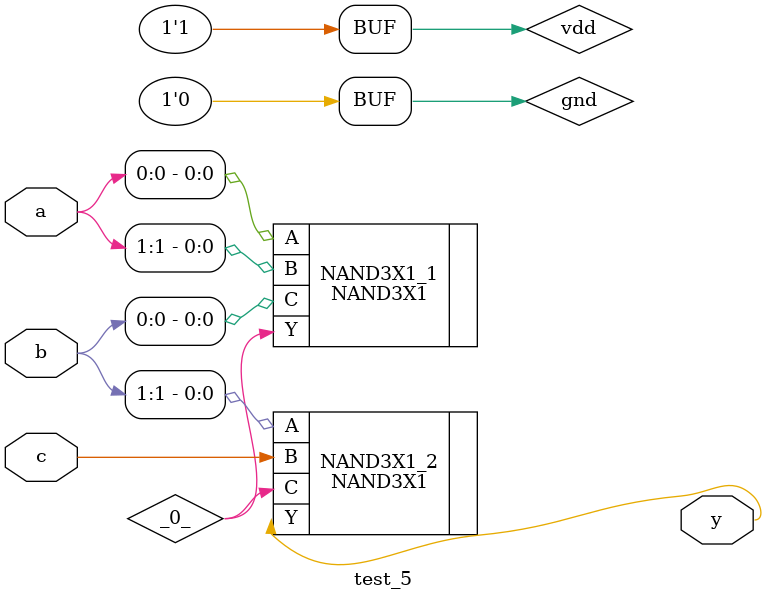
<source format=v>
module test_5 (a, b, c, y);

input [1:0] a;
input [1:0] b;
input c;
output y;

wire vdd = 1'b1;
wire gnd = 1'b0;

NAND3X1 NAND3X1_1 ( .A(a[0]), .B(a[1]), .C(b[0]), .Y(_0_) );
NAND3X1 NAND3X1_2 ( .A(b[1]), .B(c), .C(_0_), .Y(y) );
endmodule


</source>
